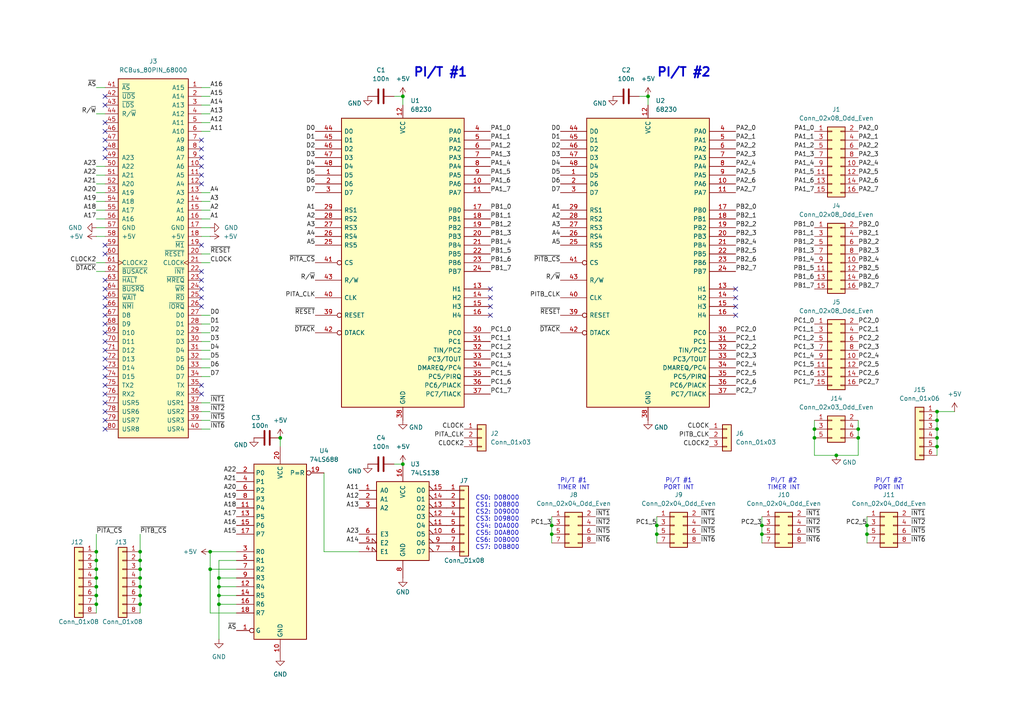
<source format=kicad_sch>
(kicad_sch (version 20250114) (generator "eeschema") (generator_version "9.0")
  (paper "A4")
  (lib_symbols
    (symbol "74xx:74LS138" (pin_names (offset 1.016))
      (property "Reference" "U" (at -7.62 11.43 0))
      (property "Value" "74LS138" (at -7.62 -13.97 0))
      (symbol "74LS138_1_0"
        (pin input line (at -12.7 7.62 0) (length 5.08) (name "A0") (number "1"))
        (pin input line (at -12.7 5.08 0) (length 5.08) (name "A1") (number "2"))
        (pin input line (at -12.7 2.54 0) (length 5.08) (name "A2") (number "3"))
        (pin input line (at -12.7 -5.08 0) (length 5.08) (name "E3") (number "6"))
        (pin input input_low (at -12.7 -7.62 0) (length 5.08) (name "E2") (number "5"))
        (pin input input_low (at -12.7 -10.16 0) (length 5.08) (name "E1") (number "4"))
        (pin power_in line (at 0 15.24 270) (length 5.08) (name "VCC") (number "16"))
        (pin power_in line (at 0 -17.78 90) (length 5.08) (name "GND") (number "8"))
        (pin output output_low (at 12.7 7.62 180) (length 5.08) (name "O0") (number "15"))
        (pin output output_low (at 12.7 5.08 180) (length 5.08) (name "O1") (number "14"))
        (pin output output_low (at 12.7 2.54 180) (length 5.08) (name "O2") (number "13"))
        (pin output output_low (at 12.7 0 180) (length 5.08) (name "O3") (number "12"))
        (pin output output_low (at 12.7 -2.54 180) (length 5.08) (name "O4") (number "11"))
        (pin output output_low (at 12.7 -5.08 180) (length 5.08) (name "O5") (number "10"))
        (pin output output_low (at 12.7 -7.62 180) (length 5.08) (name "O6") (number "9"))
        (pin output output_low (at 12.7 -10.16 180) (length 5.08) (name "O7") (number "7"))
      )
      (symbol "74LS138_1_1"
        (rectangle (start -7.62 10.16) (end 7.62 -12.7) (stroke (width 0.254)) (fill (type background)))
      )
    )
    (symbol "74xx:74LS688"
      (property "Reference" "U" (at -7.62 26.67 0))
      (property "Value" "74LS688" (at -7.62 -26.67 0))
      (symbol "74LS688_1_0"
        (pin input line (at -12.7 22.86 0) (length 5.08) (name "P0") (number "2"))
        (pin input line (at -12.7 20.32 0) (length 5.08) (name "P1") (number "4"))
        (pin input line (at -12.7 17.78 0) (length 5.08) (name "P2") (number "6"))
        (pin input line (at -12.7 15.24 0) (length 5.08) (name "P3") (number "8"))
        (pin input line (at -12.7 12.7 0) (length 5.08) (name "P4") (number "11"))
        (pin input line (at -12.7 10.16 0) (length 5.08) (name "P5") (number "13"))
        (pin input line (at -12.7 7.62 0) (length 5.08) (name "P6") (number "15"))
        (pin input line (at -12.7 5.08 0) (length 5.08) (name "P7") (number "17"))
        (pin input line (at -12.7 0 0) (length 5.08) (name "R0") (number "3"))
        (pin input line (at -12.7 -2.54 0) (length 5.08) (name "R1") (number "5"))
        (pin input line (at -12.7 -5.08 0) (length 5.08) (name "R2") (number "7"))
        (pin input line (at -12.7 -7.62 0) (length 5.08) (name "R3") (number "9"))
        (pin input line (at -12.7 -10.16 0) (length 5.08) (name "R4") (number "12"))
        (pin input line (at -12.7 -12.7 0) (length 5.08) (name "R5") (number "14"))
        (pin input line (at -12.7 -15.24 0) (length 5.08) (name "R6") (number "16"))
        (pin input line (at -12.7 -17.78 0) (length 5.08) (name "R7") (number "18"))
        (pin input inverted (at -12.7 -22.86 0) (length 5.08) (name "G") (number "1"))
        (pin power_in line (at 0 30.48 270) (length 5.08) (name "VCC") (number "20"))
        (pin power_in line (at 0 -30.48 90) (length 5.08) (name "GND") (number "10"))
        (pin output inverted (at 12.7 22.86 180) (length 5.08) (name "P=R") (number "19"))
      )
      (symbol "74LS688_1_1"
        (rectangle (start -7.62 25.4) (end 7.62 -25.4) (stroke (width 0.254)) (fill (type background)))
      )
    )
    (symbol "Connector_Generic:Conn_01x03" (pin_names (offset 1.016) (hide yes))
      (property "Reference" "J" (at 0 5.08 0))
      (property "Value" "Conn_01x03" (at 0 -5.08 0))
      (symbol "Conn_01x03_1_1"
        (rectangle (start -1.27 3.81) (end 1.27 -3.81) (stroke (width 0.254)) (fill (type background)))
        (rectangle (start -1.27 2.667) (end 0 2.413) (stroke (width 0.1524)))
        (rectangle (start -1.27 0.127) (end 0 -0.127) (stroke (width 0.1524)))
        (rectangle (start -1.27 -2.413) (end 0 -2.667) (stroke (width 0.1524)))
        (pin passive line (at -5.08 2.54 0) (length 3.81) (name "Pin_1") (number "1"))
        (pin passive line (at -5.08 0 0) (length 3.81) (name "Pin_2") (number "2"))
        (pin passive line (at -5.08 -2.54 0) (length 3.81) (name "Pin_3") (number "3"))
      )
    )
    (symbol "Connector_Generic:Conn_01x06" (pin_names (offset 1.016) (hide yes))
      (property "Reference" "J" (at 0 7.62 0))
      (property "Value" "Conn_01x06" (at 0 -10.16 0))
      (symbol "Conn_01x06_1_1"
        (rectangle (start -1.27 6.35) (end 1.27 -8.89) (stroke (width 0.254)) (fill (type background)))
        (rectangle (start -1.27 5.207) (end 0 4.953) (stroke (width 0.1524)))
        (rectangle (start -1.27 2.667) (end 0 2.413) (stroke (width 0.1524)))
        (rectangle (start -1.27 0.127) (end 0 -0.127) (stroke (width 0.1524)))
        (rectangle (start -1.27 -2.413) (end 0 -2.667) (stroke (width 0.1524)))
        (rectangle (start -1.27 -4.953) (end 0 -5.207) (stroke (width 0.1524)))
        (rectangle (start -1.27 -7.493) (end 0 -7.747) (stroke (width 0.1524)))
        (pin passive line (at -5.08 5.08 0) (length 3.81) (name "Pin_1") (number "1"))
        (pin passive line (at -5.08 2.54 0) (length 3.81) (name "Pin_2") (number "2"))
        (pin passive line (at -5.08 0 0) (length 3.81) (name "Pin_3") (number "3"))
        (pin passive line (at -5.08 -2.54 0) (length 3.81) (name "Pin_4") (number "4"))
        (pin passive line (at -5.08 -5.08 0) (length 3.81) (name "Pin_5") (number "5"))
        (pin passive line (at -5.08 -7.62 0) (length 3.81) (name "Pin_6") (number "6"))
      )
    )
    (symbol "Connector_Generic:Conn_01x08" (pin_names (offset 1.016) (hide yes))
      (property "Reference" "J" (at 0 10.16 0))
      (property "Value" "Conn_01x08" (at 0 -12.7 0))
      (symbol "Conn_01x08_1_1"
        (rectangle (start -1.27 8.89) (end 1.27 -11.43) (stroke (width 0.254)) (fill (type background)))
        (rectangle (start -1.27 7.747) (end 0 7.493) (stroke (width 0.1524)))
        (rectangle (start -1.27 5.207) (end 0 4.953) (stroke (width 0.1524)))
        (rectangle (start -1.27 2.667) (end 0 2.413) (stroke (width 0.1524)))
        (rectangle (start -1.27 0.127) (end 0 -0.127) (stroke (width 0.1524)))
        (rectangle (start -1.27 -2.413) (end 0 -2.667) (stroke (width 0.1524)))
        (rectangle (start -1.27 -4.953) (end 0 -5.207) (stroke (width 0.1524)))
        (rectangle (start -1.27 -7.493) (end 0 -7.747) (stroke (width 0.1524)))
        (rectangle (start -1.27 -10.033) (end 0 -10.287) (stroke (width 0.1524)))
        (pin passive line (at -5.08 7.62 0) (length 3.81) (name "Pin_1") (number "1"))
        (pin passive line (at -5.08 5.08 0) (length 3.81) (name "Pin_2") (number "2"))
        (pin passive line (at -5.08 2.54 0) (length 3.81) (name "Pin_3") (number "3"))
        (pin passive line (at -5.08 0 0) (length 3.81) (name "Pin_4") (number "4"))
        (pin passive line (at -5.08 -2.54 0) (length 3.81) (name "Pin_5") (number "5"))
        (pin passive line (at -5.08 -5.08 0) (length 3.81) (name "Pin_6") (number "6"))
        (pin passive line (at -5.08 -7.62 0) (length 3.81) (name "Pin_7") (number "7"))
        (pin passive line (at -5.08 -10.16 0) (length 3.81) (name "Pin_8") (number "8"))
      )
    )
    (symbol "Connector_Generic:Conn_02x03_Odd_Even" (pin_names (offset 1.016) (hide yes))
      (property "Reference" "J" (at 1.27 5.08 0))
      (property "Value" "Conn_02x03_Odd_Even" (at 1.27 -5.08 0))
      (symbol "Conn_02x03_Odd_Even_1_1"
        (rectangle (start -1.27 3.81) (end 3.81 -3.81) (stroke (width 0.254)) (fill (type background)))
        (rectangle (start -1.27 2.667) (end 0 2.413) (stroke (width 0.1524)))
        (rectangle (start -1.27 0.127) (end 0 -0.127) (stroke (width 0.1524)))
        (rectangle (start -1.27 -2.413) (end 0 -2.667) (stroke (width 0.1524)))
        (rectangle (start 3.81 2.667) (end 2.54 2.413) (stroke (width 0.1524)))
        (rectangle (start 3.81 0.127) (end 2.54 -0.127) (stroke (width 0.1524)))
        (rectangle (start 3.81 -2.413) (end 2.54 -2.667) (stroke (width 0.1524)))
        (pin passive line (at -5.08 2.54 0) (length 3.81) (name "Pin_1") (number "1"))
        (pin passive line (at -5.08 0 0) (length 3.81) (name "Pin_3") (number "3"))
        (pin passive line (at -5.08 -2.54 0) (length 3.81) (name "Pin_5") (number "5"))
        (pin passive line (at 7.62 2.54 180) (length 3.81) (name "Pin_2") (number "2"))
        (pin passive line (at 7.62 0 180) (length 3.81) (name "Pin_4") (number "4"))
        (pin passive line (at 7.62 -2.54 180) (length 3.81) (name "Pin_6") (number "6"))
      )
    )
    (symbol "Connector_Generic:Conn_02x04_Odd_Even" (pin_names (offset 1.016) (hide yes))
      (property "Reference" "J" (at 1.27 5.08 0))
      (property "Value" "Conn_02x04_Odd_Even" (at 1.27 -7.62 0))
      (symbol "Conn_02x04_Odd_Even_1_1"
        (rectangle (start -1.27 3.81) (end 3.81 -6.35) (stroke (width 0.254)) (fill (type background)))
        (rectangle (start -1.27 2.667) (end 0 2.413) (stroke (width 0.1524)))
        (rectangle (start -1.27 0.127) (end 0 -0.127) (stroke (width 0.1524)))
        (rectangle (start -1.27 -2.413) (end 0 -2.667) (stroke (width 0.1524)))
        (rectangle (start -1.27 -4.953) (end 0 -5.207) (stroke (width 0.1524)))
        (rectangle (start 3.81 2.667) (end 2.54 2.413) (stroke (width 0.1524)))
        (rectangle (start 3.81 0.127) (end 2.54 -0.127) (stroke (width 0.1524)))
        (rectangle (start 3.81 -2.413) (end 2.54 -2.667) (stroke (width 0.1524)))
        (rectangle (start 3.81 -4.953) (end 2.54 -5.207) (stroke (width 0.1524)))
        (pin passive line (at -5.08 2.54 0) (length 3.81) (name "Pin_1") (number "1"))
        (pin passive line (at -5.08 0 0) (length 3.81) (name "Pin_3") (number "3"))
        (pin passive line (at -5.08 -2.54 0) (length 3.81) (name "Pin_5") (number "5"))
        (pin passive line (at -5.08 -5.08 0) (length 3.81) (name "Pin_7") (number "7"))
        (pin passive line (at 7.62 2.54 180) (length 3.81) (name "Pin_2") (number "2"))
        (pin passive line (at 7.62 0 180) (length 3.81) (name "Pin_4") (number "4"))
        (pin passive line (at 7.62 -2.54 180) (length 3.81) (name "Pin_6") (number "6"))
        (pin passive line (at 7.62 -5.08 180) (length 3.81) (name "Pin_8") (number "8"))
      )
    )
    (symbol "Connector_Generic:Conn_02x08_Odd_Even" (pin_names (offset 1.016) (hide yes))
      (property "Reference" "J" (at 1.27 10.16 0))
      (property "Value" "Conn_02x08_Odd_Even" (at 1.27 -12.7 0))
      (symbol "Conn_02x08_Odd_Even_1_1"
        (rectangle (start -1.27 8.89) (end 3.81 -11.43) (stroke (width 0.254)) (fill (type background)))
        (rectangle (start -1.27 7.747) (end 0 7.493) (stroke (width 0.1524)))
        (rectangle (start -1.27 5.207) (end 0 4.953) (stroke (width 0.1524)))
        (rectangle (start -1.27 2.667) (end 0 2.413) (stroke (width 0.1524)))
        (rectangle (start -1.27 0.127) (end 0 -0.127) (stroke (width 0.1524)))
        (rectangle (start -1.27 -2.413) (end 0 -2.667) (stroke (width 0.1524)))
        (rectangle (start -1.27 -4.953) (end 0 -5.207) (stroke (width 0.1524)))
        (rectangle (start -1.27 -7.493) (end 0 -7.747) (stroke (width 0.1524)))
        (rectangle (start -1.27 -10.033) (end 0 -10.287) (stroke (width 0.1524)))
        (rectangle (start 3.81 7.747) (end 2.54 7.493) (stroke (width 0.1524)))
        (rectangle (start 3.81 5.207) (end 2.54 4.953) (stroke (width 0.1524)))
        (rectangle (start 3.81 2.667) (end 2.54 2.413) (stroke (width 0.1524)))
        (rectangle (start 3.81 0.127) (end 2.54 -0.127) (stroke (width 0.1524)))
        (rectangle (start 3.81 -2.413) (end 2.54 -2.667) (stroke (width 0.1524)))
        (rectangle (start 3.81 -4.953) (end 2.54 -5.207) (stroke (width 0.1524)))
        (rectangle (start 3.81 -7.493) (end 2.54 -7.747) (stroke (width 0.1524)))
        (rectangle (start 3.81 -10.033) (end 2.54 -10.287) (stroke (width 0.1524)))
        (pin passive line (at -5.08 7.62 0) (length 3.81) (name "Pin_1") (number "1"))
        (pin passive line (at -5.08 5.08 0) (length 3.81) (name "Pin_3") (number "3"))
        (pin passive line (at -5.08 2.54 0) (length 3.81) (name "Pin_5") (number "5"))
        (pin passive line (at -5.08 0 0) (length 3.81) (name "Pin_7") (number "7"))
        (pin passive line (at -5.08 -2.54 0) (length 3.81) (name "Pin_9") (number "9"))
        (pin passive line (at -5.08 -5.08 0) (length 3.81) (name "Pin_11") (number "11"))
        (pin passive line (at -5.08 -7.62 0) (length 3.81) (name "Pin_13") (number "13"))
        (pin passive line (at -5.08 -10.16 0) (length 3.81) (name "Pin_15") (number "15"))
        (pin passive line (at 7.62 7.62 180) (length 3.81) (name "Pin_2") (number "2"))
        (pin passive line (at 7.62 5.08 180) (length 3.81) (name "Pin_4") (number "4"))
        (pin passive line (at 7.62 2.54 180) (length 3.81) (name "Pin_6") (number "6"))
        (pin passive line (at 7.62 0 180) (length 3.81) (name "Pin_8") (number "8"))
        (pin passive line (at 7.62 -2.54 180) (length 3.81) (name "Pin_10") (number "10"))
        (pin passive line (at 7.62 -5.08 180) (length 3.81) (name "Pin_12") (number "12"))
        (pin passive line (at 7.62 -7.62 180) (length 3.81) (name "Pin_14") (number "14"))
        (pin passive line (at 7.62 -10.16 180) (length 3.81) (name "Pin_16") (number "16"))
      )
    )
    (symbol "Device:C" (pin_numbers (hide yes)) (pin_names (offset 0.254))
      (property "Reference" "C" (at 0.635 2.54 0))
      (property "Value" "C" (at 0.635 -2.54 0))
      (symbol "C_0_1"
        (polyline (pts (xy -2.032 0.762) (xy 2.032 0.762)) (stroke (width 0.508)))
        (polyline (pts (xy -2.032 -0.762) (xy 2.032 -0.762)) (stroke (width 0.508)))
      )
      (symbol "C_1_1"
        (pin passive line (at 0 3.81 270) (length 2.794) (name "~") (number "1"))
        (pin passive line (at 0 -3.81 90) (length 2.794) (name "~") (number "2"))
      )
    )
    (symbol "Interface:68230" (pin_names (offset 0.762))
      (property "Reference" "U" (at 0 3.81 0))
      (property "Value" "68230" (at 0 -3.81 0))
      (symbol "68230_0_1"
        (rectangle (start -17.78 41.91) (end 17.78 -41.91) (stroke (width 0.254)) (fill (type background)))
      )
      (symbol "68230_1_1"
        (pin tri_state line (at -25.4 38.1 0) (length 7.62) (name "D0") (number "44"))
        (pin tri_state line (at -25.4 35.56 0) (length 7.62) (name "D1") (number "45"))
        (pin tri_state line (at -25.4 33.02 0) (length 7.62) (name "D2") (number "46"))
        (pin tri_state line (at -25.4 30.48 0) (length 7.62) (name "D3") (number "47"))
        (pin tri_state line (at -25.4 27.94 0) (length 7.62) (name "D4") (number "48"))
        (pin tri_state line (at -25.4 25.4 0) (length 7.62) (name "D5") (number "1"))
        (pin tri_state line (at -25.4 22.86 0) (length 7.62) (name "D6") (number "2"))
        (pin tri_state line (at -25.4 20.32 0) (length 7.62) (name "D7") (number "3"))
        (pin input line (at -25.4 15.24 0) (length 7.62) (name "RS1") (number "29"))
        (pin input line (at -25.4 12.7 0) (length 7.62) (name "RS2") (number "28"))
        (pin input line (at -25.4 10.16 0) (length 7.62) (name "RS3") (number "27"))
        (pin input line (at -25.4 7.62 0) (length 7.62) (name "RS4") (number "26"))
        (pin input line (at -25.4 5.08 0) (length 7.62) (name "RS5") (number "25"))
        (pin input inverted (at -25.4 0 0) (length 7.62) (name "CS") (number "41"))
        (pin input line (at -25.4 -5.08 0) (length 7.62) (name "R/W") (number "43"))
        (pin input line (at -25.4 -10.16 0) (length 7.62) (name "CLK") (number "40"))
        (pin input inverted (at -25.4 -15.24 0) (length 7.62) (name "RESET") (number "39"))
        (pin open_collector inverted (at -25.4 -20.32 0) (length 7.62) (name "DTACK") (number "42"))
        (pin power_in line (at 0 45.72 270) (length 3.81) (name "VCC") (number "12"))
        (pin power_in line (at 0 -45.72 90) (length 3.81) (name "GND") (number "38"))
        (pin bidirectional line (at 25.4 38.1 180) (length 7.62) (name "PA0") (number "4"))
        (pin bidirectional line (at 25.4 35.56 180) (length 7.62) (name "PA1") (number "5"))
        (pin bidirectional line (at 25.4 33.02 180) (length 7.62) (name "PA2") (number "6"))
        (pin bidirectional line (at 25.4 30.48 180) (length 7.62) (name "PA3") (number "7"))
        (pin bidirectional line (at 25.4 27.94 180) (length 7.62) (name "PA4") (number "8"))
        (pin bidirectional line (at 25.4 25.4 180) (length 7.62) (name "PA5") (number "9"))
        (pin bidirectional line (at 25.4 22.86 180) (length 7.62) (name "PA6") (number "10"))
        (pin bidirectional line (at 25.4 20.32 180) (length 7.62) (name "PA7") (number "11"))
        (pin bidirectional line (at 25.4 15.24 180) (length 7.62) (name "PB0") (number "17"))
        (pin bidirectional line (at 25.4 12.7 180) (length 7.62) (name "PB1") (number "18"))
        (pin bidirectional line (at 25.4 10.16 180) (length 7.62) (name "PB2") (number "19"))
        (pin bidirectional line (at 25.4 7.62 180) (length 7.62) (name "PB3") (number "20"))
        (pin bidirectional line (at 25.4 5.08 180) (length 7.62) (name "PB4") (number "21"))
        (pin bidirectional line (at 25.4 2.54 180) (length 7.62) (name "PB5") (number "22"))
        (pin bidirectional line (at 25.4 0 180) (length 7.62) (name "PB6") (number "23"))
        (pin bidirectional line (at 25.4 -2.54 180) (length 7.62) (name "PB7") (number "24"))
        (pin input line (at 25.4 -7.62 180) (length 7.62) (name "H1") (number "13"))
        (pin bidirectional line (at 25.4 -10.16 180) (length 7.62) (name "H2") (number "14"))
        (pin input line (at 25.4 -12.7 180) (length 7.62) (name "H3") (number "15"))
        (pin bidirectional line (at 25.4 -15.24 180) (length 7.62) (name "H4") (number "16"))
        (pin bidirectional line (at 25.4 -20.32 180) (length 7.62) (name "PC0") (number "30"))
        (pin bidirectional line (at 25.4 -22.86 180) (length 7.62) (name "PC1") (number "31"))
        (pin bidirectional line (at 25.4 -25.4 180) (length 7.62) (name "TIN/PC2") (number "32"))
        (pin bidirectional line (at 25.4 -27.94 180) (length 7.62) (name "PC3/TOUT") (number "33"))
        (pin bidirectional line (at 25.4 -30.48 180) (length 7.62) (name "DMAREQ/PC4") (number "34"))
        (pin bidirectional line (at 25.4 -33.02 180) (length 7.62) (name "PC5/PIRQ") (number "35"))
        (pin bidirectional line (at 25.4 -35.56 180) (length 7.62) (name "PC6/PIACK") (number "36"))
        (pin bidirectional line (at 25.4 -38.1 180) (length 7.62) (name "PC7/TIACK") (number "37"))
      )
    )
    (symbol "MyLibrary2023:RCBus_80PIN_68000" (pin_names (offset 1.016))
      (property "Reference" "J" (at 0 52.578 0))
      (property "Value" "RCBus_80PIN_68000" (at 8.89 -55.118 0))
      (symbol "RCBus_80PIN_68000_1_1"
        (rectangle (start -1.27 50.8) (end 19.05 -53.34) (stroke (width 0.254)) (fill (type background)))
        (pin bidirectional line (at -5.08 48.26 0) (length 3.81) (name "A15") (number "1"))
        (pin bidirectional line (at -5.08 45.72 0) (length 3.81) (name "A14") (number "2"))
        (pin bidirectional line (at -5.08 43.18 0) (length 3.81) (name "A13") (number "3"))
        (pin bidirectional line (at -5.08 40.64 0) (length 3.81) (name "A12") (number "4"))
        (pin bidirectional line (at -5.08 38.1 0) (length 3.81) (name "A11") (number "5"))
        (pin bidirectional line (at -5.08 35.56 0) (length 3.81) (name "A10") (number "6"))
        (pin bidirectional line (at -5.08 33.02 0) (length 3.81) (name "A9") (number "7"))
        (pin bidirectional line (at -5.08 30.48 0) (length 3.81) (name "A8") (number "8"))
        (pin bidirectional line (at -5.08 27.94 0) (length 3.81) (name "A7") (number "9"))
        (pin bidirectional line (at -5.08 25.4 0) (length 3.81) (name "A6") (number "10"))
        (pin bidirectional line (at -5.08 22.86 0) (length 3.81) (name "A5") (number "11"))
        (pin bidirectional line (at -5.08 20.32 0) (length 3.81) (name "A4") (number "12"))
        (pin bidirectional line (at -5.08 17.78 0) (length 3.81) (name "A3") (number "13"))
        (pin bidirectional line (at -5.08 15.24 0) (length 3.81) (name "A2") (number "14"))
        (pin bidirectional line (at -5.08 12.7 0) (length 3.81) (name "A1") (number "15"))
        (pin bidirectional line (at -5.08 10.16 0) (length 3.81) (name "A0") (number "16"))
        (pin bidirectional line (at -5.08 7.62 0) (length 3.81) (name "GND") (number "17"))
        (pin bidirectional line (at -5.08 5.08 0) (length 3.81) (name "+5V") (number "18"))
        (pin bidirectional line (at -5.08 2.54 0) (length 3.81) (name "~{M1}") (number "19"))
        (pin bidirectional line (at -5.08 0 0) (length 3.81) (name "~{RESET}") (number "20"))
        (pin bidirectional clock (at -5.08 -2.54 0) (length 3.81) (name "CLOCK") (number "21"))
        (pin bidirectional line (at -5.08 -5.08 0) (length 3.81) (name "~{INT}") (number "22"))
        (pin bidirectional line (at -5.08 -7.62 0) (length 3.81) (name "~{MREQ}") (number "23"))
        (pin bidirectional line (at -5.08 -10.16 0) (length 3.81) (name "~{WR}") (number "24"))
        (pin bidirectional line (at -5.08 -12.7 0) (length 3.81) (name "~{RD}") (number "25"))
        (pin bidirectional line (at -5.08 -15.24 0) (length 3.81) (name "~{IORQ}") (number "26"))
        (pin bidirectional line (at -5.08 -17.78 0) (length 3.81) (name "D0") (number "27"))
        (pin bidirectional line (at -5.08 -20.32 0) (length 3.81) (name "D1") (number "28"))
        (pin bidirectional line (at -5.08 -22.86 0) (length 3.81) (name "D2") (number "29"))
        (pin bidirectional line (at -5.08 -25.4 0) (length 3.81) (name "D3") (number "30"))
        (pin bidirectional line (at -5.08 -27.94 0) (length 3.81) (name "D4") (number "31"))
        (pin bidirectional line (at -5.08 -30.48 0) (length 3.81) (name "D5") (number "32"))
        (pin bidirectional line (at -5.08 -33.02 0) (length 3.81) (name "D6") (number "33"))
        (pin bidirectional line (at -5.08 -35.56 0) (length 3.81) (name "D7") (number "34"))
        (pin bidirectional line (at -5.08 -38.1 0) (length 3.81) (name "TX") (number "35"))
        (pin bidirectional line (at -5.08 -40.64 0) (length 3.81) (name "RX") (number "36"))
        (pin bidirectional line (at -5.08 -43.18 0) (length 3.81) (name "USR1") (number "37"))
        (pin bidirectional line (at -5.08 -45.72 0) (length 3.81) (name "USR2") (number "38"))
        (pin bidirectional line (at -5.08 -48.26 0) (length 3.81) (name "USR3") (number "39"))
        (pin bidirectional line (at -5.08 -50.8 0) (length 3.81) (name "USR4") (number "40"))
        (pin bidirectional line (at 22.86 48.26 180) (length 3.81) (name "~{AS}") (number "41"))
        (pin bidirectional line (at 22.86 45.72 180) (length 3.81) (name "~{UDS}") (number "42"))
        (pin bidirectional line (at 22.86 43.18 180) (length 3.81) (name "~{LDS}") (number "43"))
        (pin bidirectional line (at 22.86 40.64 180) (length 3.81) (name "R/~{W}") (number "44"))
        (pin bidirectional line (at 22.86 38.1 180) (length 3.81) (name "") (number "45"))
        (pin bidirectional line (at 22.86 35.56 180) (length 3.81) (name "") (number "46"))
        (pin bidirectional line (at 22.86 33.02 180) (length 3.81) (name "") (number "47"))
        (pin bidirectional line (at 22.86 30.48 180) (length 3.81) (name "") (number "48"))
        (pin bidirectional line (at 22.86 27.94 180) (length 3.81) (name "A23") (number "49"))
        (pin bidirectional line (at 22.86 25.4 180) (length 3.81) (name "A22") (number "50"))
        (pin bidirectional line (at 22.86 22.86 180) (length 3.81) (name "A21") (number "51"))
        (pin bidirectional line (at 22.86 20.32 180) (length 3.81) (name "A20") (number "52"))
        (pin bidirectional line (at 22.86 17.78 180) (length 3.81) (name "A19") (number "53"))
        (pin bidirectional line (at 22.86 15.24 180) (length 3.81) (name "A18") (number "54"))
        (pin bidirectional line (at 22.86 12.7 180) (length 3.81) (name "A17") (number "55"))
        (pin bidirectional line (at 22.86 10.16 180) (length 3.81) (name "A16") (number "56"))
        (pin bidirectional line (at 22.86 7.62 180) (length 3.81) (name "GND") (number "57"))
        (pin bidirectional line (at 22.86 5.08 180) (length 3.81) (name "+5V") (number "58"))
        (pin bidirectional line (at 22.86 2.54 180) (length 3.81) (name "") (number "59"))
        (pin bidirectional line (at 22.86 0 180) (length 3.81) (name "") (number "60"))
        (pin bidirectional clock (at 22.86 -2.54 180) (length 3.81) (name "CLOCK2") (number "61"))
        (pin bidirectional line (at 22.86 -5.08 180) (length 3.81) (name "~{BUSACK}") (number "62"))
        (pin bidirectional line (at 22.86 -7.62 180) (length 3.81) (name "~{HALT}") (number "63"))
        (pin bidirectional line (at 22.86 -10.16 180) (length 3.81) (name "~{BUSRQ}") (number "64"))
        (pin bidirectional line (at 22.86 -12.7 180) (length 3.81) (name "~{WAIT}") (number "65"))
        (pin bidirectional line (at 22.86 -15.24 180) (length 3.81) (name "~{NMI}") (number "66"))
        (pin bidirectional line (at 22.86 -17.78 180) (length 3.81) (name "D8") (number "67"))
        (pin bidirectional line (at 22.86 -20.32 180) (length 3.81) (name "D9") (number "68"))
        (pin bidirectional line (at 22.86 -22.86 180) (length 3.81) (name "D10") (number "69"))
        (pin bidirectional line (at 22.86 -25.4 180) (length 3.81) (name "D11") (number "70"))
        (pin bidirectional line (at 22.86 -27.94 180) (length 3.81) (name "D12") (number "71"))
        (pin bidirectional line (at 22.86 -30.48 180) (length 3.81) (name "D13") (number "72"))
        (pin bidirectional line (at 22.86 -33.02 180) (length 3.81) (name "D14") (number "73"))
        (pin bidirectional line (at 22.86 -35.56 180) (length 3.81) (name "D15") (number "74"))
        (pin bidirectional line (at 22.86 -38.1 180) (length 3.81) (name "TX2") (number "75"))
        (pin bidirectional line (at 22.86 -40.64 180) (length 3.81) (name "RX2") (number "76"))
        (pin bidirectional line (at 22.86 -43.18 180) (length 3.81) (name "USR5") (number "77"))
        (pin bidirectional line (at 22.86 -45.72 180) (length 3.81) (name "USR6") (number "78"))
        (pin bidirectional line (at 22.86 -48.26 180) (length 3.81) (name "USR7") (number "79"))
        (pin bidirectional line (at 22.86 -50.8 180) (length 3.81) (name "USR8") (number "80"))
      )
    )
    (symbol "power:+5V" (power) (pin_numbers (hide yes)) (pin_names (offset 0) (hide yes))
      (property "Value" "+5V" (at 0 3.556 0))
      (symbol "+5V_0_1"
        (polyline (pts (xy -0.762 1.27) (xy 0 2.54)))
        (polyline (pts (xy 0 2.54) (xy 0.762 1.27)))
        (polyline (pts (xy 0 0) (xy 0 2.54)))
      )
      (symbol "+5V_1_1"
        (pin power_in line (at 0 0 90) (length 0) (name "~") (number "1"))
      )
    )
    (symbol "power:GND" (power) (pin_numbers (hide yes)) (pin_names (offset 0) (hide yes))
      (property "Value" "GND" (at 0 -3.81 0))
      (symbol "GND_0_1"
        (polyline (pts (xy 0 0) (xy 0 -1.27) (xy 1.27 -1.27) (xy 0 -2.54) (xy -1.27 -1.27) (xy 0 -1.27)))
      )
      (symbol "GND_1_1"
        (pin power_in line (at 0 0 270) (length 0) (name "~") (number "1"))
      )
    )
  )
  (text "PI/T #2\nPORT INT" (at 257.81 140.462 0) (effects (font (size 1.27 1.27))))
  (text "PI/T #1\nPORT INT" (at 196.85 140.462 0) (effects (font (size 1.27 1.27))))
  (text "PI/T #2" (at 198.374 21.082 0) (effects (font (size 2.54 2.54) (thickness 0.508) (bold yes))))
  (text "CS0: D08000\nCS1: D08800\nCS2: D09000\nCS3: D09800\nCS4: D0A000\nCS5: D0A800\nCS6: D0B000\nCS7: D0B800" (at 144.272 151.638 0) (effects (font (size 1.27 1.27))))
  (text "PI/T #1\nTIMER INT" (at 166.37 140.462 0) (effects (font (size 1.27 1.27))))
  (text "PI/T #2\nTIMER INT" (at 227.33 140.462 0) (effects (font (size 1.27 1.27))))
  (text "PI/T #1" (at 127.762 21.082 0) (effects (font (size 2.54 2.54) (thickness 0.508) (bold yes))))
  (junction (at 60.96 160.02))
  (junction (at 271.78 127))
  (junction (at 27.94 160.02))
  (junction (at 63.5 170.18))
  (junction (at 27.94 170.18))
  (junction (at 190.5 152.4))
  (junction (at 40.64 160.02))
  (junction (at 160.02 154.94))
  (junction (at 248.92 127))
  (junction (at 248.92 124.46))
  (junction (at 242.57 132.08))
  (junction (at 27.94 172.72))
  (junction (at 27.94 165.1))
  (junction (at 251.46 154.94))
  (junction (at 40.64 162.56))
  (junction (at 236.22 124.46))
  (junction (at 271.78 124.46))
  (junction (at 40.64 167.64))
  (junction (at 220.98 152.4))
  (junction (at 220.98 154.94))
  (junction (at 40.64 175.26))
  (junction (at 60.96 165.1))
  (junction (at 27.94 175.26))
  (junction (at 116.84 27.94))
  (junction (at 116.84 134.62))
  (junction (at 40.64 172.72))
  (junction (at 40.64 165.1))
  (junction (at 271.78 129.54))
  (junction (at 63.5 175.26))
  (junction (at 251.46 152.4))
  (junction (at 63.5 167.64))
  (junction (at 63.5 172.72))
  (junction (at 160.02 152.4))
  (junction (at 236.22 127))
  (junction (at 271.78 119.38))
  (junction (at 271.78 121.92))
  (junction (at 81.28 127))
  (junction (at 27.94 167.64))
  (junction (at 187.96 27.94))
  (junction (at 190.5 154.94))
  (junction (at 40.64 170.18))
  (junction (at 27.94 162.56))
  (no_connect (at 30.48 96.52))
  (no_connect (at 30.48 99.06))
  (no_connect (at 30.48 86.36))
  (no_connect (at 58.42 86.36))
  (no_connect (at 58.42 71.12))
  (no_connect (at 30.48 27.94))
  (no_connect (at 58.42 83.82))
  (no_connect (at 30.48 104.14))
  (no_connect (at 30.48 111.76))
  (no_connect (at 30.48 38.1))
  (no_connect (at 213.36 83.82))
  (no_connect (at 30.48 121.92))
  (no_connect (at 30.48 45.72))
  (no_connect (at 30.48 124.46))
  (no_connect (at 58.42 88.9))
  (no_connect (at 58.42 53.34))
  (no_connect (at 30.48 106.68))
  (no_connect (at 142.24 86.36))
  (no_connect (at 142.24 83.82))
  (no_connect (at 30.48 40.64))
  (no_connect (at 30.48 109.22))
  (no_connect (at 30.48 101.6))
  (no_connect (at 30.48 93.98))
  (no_connect (at 142.24 88.9))
  (no_connect (at 30.48 81.28))
  (no_connect (at 30.48 71.12))
  (no_connect (at 58.42 111.76))
  (no_connect (at 30.48 30.48))
  (no_connect (at 213.36 86.36))
  (no_connect (at 30.48 119.38))
  (no_connect (at 58.42 81.28))
  (no_connect (at 30.48 73.66))
  (no_connect (at 213.36 88.9))
  (no_connect (at 58.42 43.18))
  (no_connect (at 30.48 116.84))
  (no_connect (at 30.48 91.44))
  (no_connect (at 58.42 45.72))
  (no_connect (at 30.48 114.3))
  (no_connect (at 213.36 91.44))
  (no_connect (at 58.42 40.64))
  (no_connect (at 58.42 48.26))
  (no_connect (at 30.48 43.18))
  (no_connect (at 58.42 78.74))
  (no_connect (at 142.24 91.44))
  (no_connect (at 58.42 50.8))
  (no_connect (at 30.48 83.82))
  (no_connect (at 30.48 88.9))
  (no_connect (at 58.42 114.3))
  (no_connect (at 30.48 35.56))
  (wire (pts (xy 187.96 30.48) (xy 187.96 27.94)))
  (wire (pts (xy 68.58 177.8) (xy 60.96 177.8)))
  (wire (pts (xy 27.94 48.26) (xy 30.48 48.26)))
  (wire (pts (xy 236.22 132.08) (xy 242.57 132.08)))
  (wire (pts (xy 60.96 63.5) (xy 58.42 63.5)))
  (wire (pts (xy 27.94 63.5) (xy 30.48 63.5)))
  (wire (pts (xy 248.92 132.08) (xy 242.57 132.08)))
  (wire (pts (xy 248.92 121.92) (xy 248.92 124.46)))
  (wire (pts (xy 63.5 175.26) (xy 63.5 185.42)))
  (wire (pts (xy 116.84 30.48) (xy 116.84 27.94)))
  (wire (pts (xy 190.5 152.4) (xy 190.5 154.94)))
  (wire (pts (xy 60.96 121.92) (xy 58.42 121.92)))
  (wire (pts (xy 190.5 149.86) (xy 190.5 152.4)))
  (wire (pts (xy 60.96 30.48) (xy 58.42 30.48)))
  (wire (pts (xy 27.94 50.8) (xy 30.48 50.8)))
  (wire (pts (xy 58.42 93.98) (xy 60.96 93.98)))
  (wire (pts (xy 58.42 99.06) (xy 60.96 99.06)))
  (wire (pts (xy 60.96 35.56) (xy 58.42 35.56)))
  (wire (pts (xy 60.96 60.96) (xy 58.42 60.96)))
  (wire (pts (xy 60.96 25.4) (xy 58.42 25.4)))
  (wire (pts (xy 114.3 134.62) (xy 116.84 134.62)))
  (wire (pts (xy 63.5 172.72) (xy 63.5 175.26)))
  (wire (pts (xy 27.94 162.56) (xy 27.94 165.1)))
  (wire (pts (xy 27.94 175.26) (xy 27.94 177.8)))
  (wire (pts (xy 58.42 91.44) (xy 60.96 91.44)))
  (wire (pts (xy 27.94 167.64) (xy 27.94 170.18)))
  (wire (pts (xy 58.42 101.6) (xy 60.96 101.6)))
  (wire (pts (xy 40.64 170.18) (xy 40.64 172.72)))
  (wire (pts (xy 160.02 154.94) (xy 160.02 157.48)))
  (wire (pts (xy 63.5 167.64) (xy 63.5 170.18)))
  (wire (pts (xy 271.78 121.92) (xy 271.78 124.46)))
  (wire (pts (xy 236.22 127) (xy 236.22 132.08)))
  (wire (pts (xy 40.64 175.26) (xy 40.64 177.8)))
  (wire (pts (xy 63.5 172.72) (xy 68.58 172.72)))
  (wire (pts (xy 60.96 58.42) (xy 58.42 58.42)))
  (wire (pts (xy 40.64 172.72) (xy 40.64 175.26)))
  (wire (pts (xy 248.92 127) (xy 248.92 132.08)))
  (wire (pts (xy 60.96 165.1) (xy 60.96 160.02)))
  (wire (pts (xy 40.64 167.64) (xy 40.64 170.18)))
  (wire (pts (xy 190.5 154.94) (xy 190.5 157.48)))
  (wire (pts (xy 60.96 73.66) (xy 58.42 73.66)))
  (wire (pts (xy 63.5 167.64) (xy 68.58 167.64)))
  (wire (pts (xy 68.58 165.1) (xy 60.96 165.1)))
  (wire (pts (xy 160.02 152.4) (xy 160.02 154.94)))
  (wire (pts (xy 60.96 27.94) (xy 58.42 27.94)))
  (wire (pts (xy 40.64 162.56) (xy 40.64 165.1)))
  (wire (pts (xy 27.94 172.72) (xy 27.94 175.26)))
  (wire (pts (xy 58.42 109.22) (xy 60.96 109.22)))
  (wire (pts (xy 68.58 162.56) (xy 63.5 162.56)))
  (wire (pts (xy 187.96 27.94) (xy 185.42 27.94)))
  (wire (pts (xy 27.94 68.58) (xy 30.48 68.58)))
  (wire (pts (xy 58.42 104.14) (xy 60.96 104.14)))
  (wire (pts (xy 60.96 76.2) (xy 58.42 76.2)))
  (wire (pts (xy 63.5 170.18) (xy 68.58 170.18)))
  (wire (pts (xy 58.42 68.58) (xy 60.96 68.58)))
  (wire (pts (xy 40.64 154.94) (xy 40.64 160.02)))
  (wire (pts (xy 276.86 119.38) (xy 271.78 119.38)))
  (wire (pts (xy 93.98 160.02) (xy 104.14 160.02)))
  (wire (pts (xy 220.98 154.94) (xy 220.98 157.48)))
  (wire (pts (xy 27.94 66.04) (xy 30.48 66.04)))
  (wire (pts (xy 27.94 55.88) (xy 30.48 55.88)))
  (wire (pts (xy 251.46 152.4) (xy 251.46 154.94)))
  (wire (pts (xy 60.96 177.8) (xy 60.96 165.1)))
  (wire (pts (xy 60.96 119.38) (xy 58.42 119.38)))
  (wire (pts (xy 63.5 170.18) (xy 63.5 172.72)))
  (wire (pts (xy 271.78 124.46) (xy 271.78 127)))
  (wire (pts (xy 251.46 154.94) (xy 251.46 157.48)))
  (wire (pts (xy 93.98 137.16) (xy 93.98 160.02)))
  (wire (pts (xy 248.92 124.46) (xy 248.92 127)))
  (wire (pts (xy 63.5 162.56) (xy 63.5 167.64)))
  (wire (pts (xy 27.94 165.1) (xy 27.94 167.64)))
  (wire (pts (xy 220.98 152.4) (xy 220.98 154.94)))
  (wire (pts (xy 58.42 106.68) (xy 60.96 106.68)))
  (wire (pts (xy 27.94 160.02) (xy 27.94 162.56)))
  (wire (pts (xy 60.96 160.02) (xy 68.58 160.02)))
  (wire (pts (xy 236.22 124.46) (xy 236.22 127)))
  (wire (pts (xy 60.96 55.88) (xy 58.42 55.88)))
  (wire (pts (xy 271.78 127) (xy 271.78 129.54)))
  (wire (pts (xy 116.84 27.94) (xy 114.3 27.94)))
  (wire (pts (xy 60.96 33.02) (xy 58.42 33.02)))
  (wire (pts (xy 60.96 124.46) (xy 58.42 124.46)))
  (wire (pts (xy 27.94 154.94) (xy 27.94 160.02)))
  (wire (pts (xy 40.64 160.02) (xy 40.64 162.56)))
  (wire (pts (xy 81.28 127) (xy 81.28 129.54)))
  (wire (pts (xy 251.46 149.86) (xy 251.46 152.4)))
  (wire (pts (xy 271.78 119.38) (xy 271.78 121.92)))
  (wire (pts (xy 27.94 170.18) (xy 27.94 172.72)))
  (wire (pts (xy 220.98 149.86) (xy 220.98 152.4)))
  (wire (pts (xy 271.78 129.54) (xy 271.78 132.08)))
  (wire (pts (xy 40.64 165.1) (xy 40.64 167.64)))
  (wire (pts (xy 27.94 60.96) (xy 30.48 60.96)))
  (wire (pts (xy 58.42 96.52) (xy 60.96 96.52)))
  (wire (pts (xy 60.96 116.84) (xy 58.42 116.84)))
  (wire (pts (xy 236.22 121.92) (xy 236.22 124.46)))
  (wire (pts (xy 27.94 53.34) (xy 30.48 53.34)))
  (wire (pts (xy 160.02 149.86) (xy 160.02 152.4)))
  (wire (pts (xy 27.94 25.4) (xy 30.48 25.4)))
  (wire (pts (xy 27.94 78.74) (xy 30.48 78.74)))
  (wire (pts (xy 63.5 175.26) (xy 68.58 175.26)))
  (wire (pts (xy 27.94 33.02) (xy 30.48 33.02)))
  (wire (pts (xy 60.96 38.1) (xy 58.42 38.1)))
  (wire (pts (xy 58.42 66.04) (xy 60.96 66.04)))
  (wire (pts (xy 27.94 58.42) (xy 30.48 58.42)))
  (wire (pts (xy 27.94 76.2) (xy 30.48 76.2)))
  (label "PA1_1" (at 142.24 40.64 0))
  (label "A2" (at 162.56 63.5 180))
  (label "A14" (at 60.96 30.48 0))
  (label "PC1_2" (at 142.24 101.6 0))
  (label "PA1_6" (at 142.24 53.34 0))
  (label "R{slash}~{W}" (at 162.56 81.28 180))
  (label "PC1_1" (at 142.24 99.06 0))
  (label "CLOCK" (at 134.62 124.46 180))
  (label "PA2_3" (at 213.36 45.72 0))
  (label "PA1_0" (at 236.22 38.1 180))
  (label "D1" (at 91.44 40.64 180))
  (label "PA1_4" (at 142.24 48.26 0))
  (label "PA1_5" (at 236.22 50.8 180))
  (label "D4" (at 60.96 101.6 0))
  (label "PA2_2" (at 248.92 43.18 0))
  (label "PB2_7" (at 213.36 78.74 0))
  (label "A13" (at 104.14 147.32 180))
  (label "D6" (at 60.96 106.68 0))
  (label "PB2_4" (at 248.92 76.2 0))
  (label "A12" (at 104.14 144.78 180))
  (label "PC2_2" (at 213.36 101.6 0))
  (label "A22" (at 68.58 137.16 180))
  (label "CLOCK2" (at 27.94 76.2 180))
  (label "~{INT2}" (at 172.72 152.4 0))
  (label "~{INT2}" (at 233.68 152.4 0))
  (label "PB2_1" (at 213.36 63.5 0))
  (label "PC1_3" (at 236.22 101.6 180))
  (label "PA1_2" (at 142.24 43.18 0))
  (label "PC1_4" (at 236.22 104.14 180))
  (label "~{INT6}" (at 172.72 157.48 0))
  (label "A11" (at 104.14 142.24 180))
  (label "PA1_3" (at 142.24 45.72 0))
  (label "PC2_6" (at 213.36 111.76 0))
  (label "D3" (at 91.44 45.72 180))
  (label "D1" (at 162.56 40.64 180))
  (label "R{slash}~{W}" (at 91.44 81.28 180))
  (label "~{INT5}" (at 60.96 121.92 0))
  (label "A4" (at 91.44 68.58 180))
  (label "PB2_4" (at 213.36 71.12 0))
  (label "A20" (at 27.94 55.88 180))
  (label "~{INT1}" (at 264.16 149.86 0))
  (label "R{slash}~{W}" (at 27.94 33.02 180))
  (label "~{INT6}" (at 233.68 157.48 0))
  (label "PB1_5" (at 236.22 78.74 180))
  (label "A3" (at 162.56 66.04 180))
  (label "D7" (at 162.56 55.88 180))
  (label "~{DTACK}" (at 27.94 78.74 180))
  (label "PA2_7" (at 213.36 55.88 0))
  (label "A1" (at 162.56 60.96 180))
  (label "PB1_3" (at 236.22 73.66 180))
  (label "PA1_7" (at 142.24 55.88 0))
  (label "PC1_4" (at 142.24 106.68 0))
  (label "PC2_0" (at 213.36 96.52 0))
  (label "A5" (at 162.56 71.12 180))
  (label "A4" (at 162.56 68.58 180))
  (label "A4" (at 60.96 55.88 0))
  (label "PA2_1" (at 248.92 40.64 0))
  (label "CLOCK2" (at 205.74 129.54 180))
  (label "D3" (at 162.56 45.72 180))
  (label "A2" (at 91.44 63.5 180))
  (label "PB2_6" (at 248.92 81.28 0))
  (label "PB1_1" (at 236.22 68.58 180))
  (label "~{DTACK}" (at 91.44 96.52 180))
  (label "D1" (at 60.96 93.98 0))
  (label "PC2_7" (at 213.36 114.3 0))
  (label "~{INT6}" (at 203.2 157.48 0))
  (label "PA2_5" (at 213.36 50.8 0))
  (label "PC2_0" (at 248.92 93.98 0))
  (label "D0" (at 91.44 38.1 180))
  (label "PA1_5" (at 142.24 50.8 0))
  (label "PB1_6" (at 236.22 81.28 180))
  (label "A22" (at 27.94 50.8 180))
  (label "A5" (at 91.44 71.12 180))
  (label "PC1_5" (at 142.24 109.22 0))
  (label "~{RESET}" (at 91.44 91.44 180))
  (label "D6" (at 91.44 53.34 180))
  (label "A2" (at 60.96 60.96 0))
  (label "PA2_6" (at 248.92 53.34 0))
  (label "CLOCK2" (at 134.62 129.54 180))
  (label "PC1_7" (at 236.22 111.76 180))
  (label "D3" (at 60.96 99.06 0))
  (label "PB1_2" (at 142.24 66.04 0))
  (label "PC1_6" (at 142.24 111.76 0))
  (label "CLOCK" (at 60.96 76.2 0))
  (label "~{INT5}" (at 264.16 154.94 0))
  (label "~{INT1}" (at 233.68 149.86 0))
  (label "PC1_0" (at 236.22 93.98 180))
  (label "A17" (at 27.94 63.5 180))
  (label "PC2_5" (at 251.46 152.4 180))
  (label "PC1_2" (at 236.22 99.06 180))
  (label "PB2_3" (at 248.92 73.66 0))
  (label "A17" (at 68.58 149.86 180))
  (label "PA1_2" (at 236.22 43.18 180))
  (label "D0" (at 60.96 91.44 0))
  (label "PC1_7" (at 142.24 114.3 0))
  (label "A20" (at 68.58 142.24 180))
  (label "PC2_1" (at 248.92 96.52 0))
  (label "~{INT2}" (at 60.96 119.38 0))
  (label "D7" (at 91.44 55.88 180))
  (label "PB1_3" (at 142.24 68.58 0))
  (label "PA2_1" (at 213.36 40.64 0))
  (label "A15" (at 60.96 27.94 0))
  (label "~{PITA_CS}" (at 27.94 154.94 0))
  (label "A1" (at 60.96 63.5 0))
  (label "PB1_1" (at 142.24 63.5 0))
  (label "A11" (at 60.96 38.1 0))
  (label "A13" (at 60.96 33.02 0))
  (label "PITB_CLK" (at 162.56 86.36 180))
  (label "PITA_CLK" (at 91.44 86.36 180))
  (label "PC2_5" (at 213.36 109.22 0))
  (label "PC2_7" (at 248.92 111.76 0))
  (label "A14" (at 104.14 157.48 180))
  (label "~{INT6}" (at 264.16 157.48 0))
  (label "A12" (at 60.96 35.56 0))
  (label "A19" (at 68.58 144.78 180))
  (label "PC1_5" (at 236.22 106.68 180))
  (label "A19" (at 27.94 58.42 180))
  (label "PC2_6" (at 248.92 109.22 0))
  (label "PB1_4" (at 142.24 71.12 0))
  (label "D2" (at 162.56 43.18 180))
  (label "D4" (at 162.56 48.26 180))
  (label "PA1_4" (at 236.22 48.26 180))
  (label "~{INT1}" (at 60.96 116.84 0))
  (label "PB1_7" (at 142.24 78.74 0))
  (label "PB2_5" (at 248.92 78.74 0))
  (label "PB2_2" (at 248.92 71.12 0))
  (label "PA2_0" (at 213.36 38.1 0))
  (label "D5" (at 162.56 50.8 180))
  (label "PA2_4" (at 248.92 48.26 0))
  (label "PA1_0" (at 142.24 38.1 0))
  (label "PA2_3" (at 248.92 45.72 0))
  (label "~{RESET}" (at 60.96 73.66 0))
  (label "PA2_2" (at 213.36 43.18 0))
  (label "PC1_6" (at 236.22 109.22 180))
  (label "PB2_1" (at 248.92 68.58 0))
  (label "PC1_0" (at 142.24 96.52 0))
  (label "D6" (at 162.56 53.34 180))
  (label "D4" (at 91.44 48.26 180))
  (label "~{INT1}" (at 203.2 149.86 0))
  (label "PC2_3" (at 248.92 101.6 0))
  (label "D5" (at 91.44 50.8 180))
  (label "PC2_3" (at 213.36 104.14 0))
  (label "PB2_7" (at 248.92 83.82 0))
  (label "PITA_CLK" (at 134.62 127 180))
  (label "PB1_4" (at 236.22 76.2 180))
  (label "PC2_4" (at 213.36 106.68 0))
  (label "PC1_1" (at 236.22 96.52 180))
  (label "~{INT6}" (at 60.96 124.46 0))
  (label "PA2_5" (at 248.92 50.8 0))
  (label "PA2_0" (at 248.92 38.1 0))
  (label "D0" (at 162.56 38.1 180))
  (label "A3" (at 91.44 66.04 180))
  (label "PA1_3" (at 236.22 45.72 180))
  (label "A21" (at 68.58 139.7 180))
  (label "PA1_1" (at 236.22 40.64 180))
  (label "PB2_2" (at 213.36 66.04 0))
  (label "PB1_0" (at 236.22 66.04 180))
  (label "PB1_2" (at 236.22 71.12 180))
  (label "~{INT5}" (at 203.2 154.94 0))
  (label "~{PITB_CS}" (at 162.56 76.2 180))
  (label "PB1_7" (at 236.22 83.82 180))
  (label "PB1_5" (at 142.24 73.66 0))
  (label "A3" (at 60.96 58.42 0))
  (label "~{AS}" (at 68.58 182.88 180))
  (label "~{RESET}" (at 162.56 91.44 180))
  (label "PA2_6" (at 213.36 53.34 0))
  (label "~{PITB_CS}" (at 40.64 154.94 0))
  (label "~{INT5}" (at 172.72 154.94 0))
  (label "A1" (at 91.44 60.96 180))
  (label "~{INT2}" (at 203.2 152.4 0))
  (label "A16" (at 60.96 25.4 0))
  (label "PB1_0" (at 142.24 60.96 0))
  (label "PB2_6" (at 213.36 76.2 0))
  (label "PC2_2" (at 248.92 99.06 0))
  (label "PC2_1" (at 213.36 99.06 0))
  (label "PC1_3" (at 160.02 152.4 180))
  (label "PB2_0" (at 248.92 66.04 0))
  (label "PB2_0" (at 213.36 60.96 0))
  (label "~{PITA_CS}" (at 91.44 76.2 180))
  (label "A21" (at 27.94 53.34 180))
  (label "A15" (at 68.58 154.94 180))
  (label "PB2_3" (at 213.36 68.58 0))
  (label "A18" (at 68.58 147.32 180))
  (label "PB2_5" (at 213.36 73.66 0))
  (label "~{INT5}" (at 233.68 154.94 0))
  (label "~{DTACK}" (at 162.56 96.52 180))
  (label "PC2_5" (at 248.92 106.68 0))
  (label "PC2_3" (at 220.98 152.4 180))
  (label "D2" (at 60.96 96.52 0))
  (label "PC1_3" (at 142.24 104.14 0))
  (label "PC2_4" (at 248.92 104.14 0))
  (label "D7" (at 60.96 109.22 0))
  (label "PA1_6" (at 236.22 53.34 180))
  (label "PB1_6" (at 142.24 76.2 0))
  (label "~{INT2}" (at 264.16 152.4 0))
  (label "PA2_7" (at 248.92 55.88 0))
  (label "PA2_4" (at 213.36 48.26 0))
  (label "CLOCK" (at 205.74 124.46 180))
  (label "A16" (at 68.58 152.4 180))
  (label "A18" (at 27.94 60.96 180))
  (label "D5" (at 60.96 104.14 0))
  (label "A23" (at 104.14 154.94 180))
  (label "PITB_CLK" (at 205.74 127 180))
  (label "~{AS}" (at 27.94 25.4 180))
  (label "~{INT1}" (at 172.72 149.86 0))
  (label "PA1_7" (at 236.22 55.88 180))
  (label "PC1_5" (at 190.5 152.4 180))
  (label "D2" (at 91.44 43.18 180))
  (label "A23" (at 27.94 48.26 180))
  (symbol (lib_id "Device:C") (at 110.49 134.62 90) (unit 1)
    (property "Reference" "C4" (at 110.49 127 90))
    (property "Value" "100n" (at 110.49 129.54 90))
    (property "Footprint" "Capacitor_THT:C_Disc_D5.0mm_W2.5mm_P2.50mm" (effects (hide yes)))
    (property "Description" "Unpolarized capacitor" (effects (hide yes)))
  )
  (symbol (lib_id "power:GND") (at 81.28 190.5 0) (unit 1)
    (property "Reference" "#PWR018" (effects (hide yes)))
    (property "Value" "GND" (at 81.28 195.58 0))
  )
  (symbol (lib_id "Connector_Generic:Conn_01x08") (at 134.62 149.86 0) (unit 1)
    (property "Reference" "J7" (at 133.35 139.446 0) (effects (justify left)))
    (property "Value" "Conn_01x08" (at 128.778 162.56 0) (effects (justify left)))
    (property "Footprint" "Connector_PinHeader_2.54mm:PinHeader_1x08_P2.54mm_Vertical" (effects (hide yes)))
    (property "Description" "Generic connector, single row, 01x08, script generated (kicad-library-utils/schlib/autogen/connector/)" (effects (hide yes)))
  )
  (symbol (lib_id "Connector_Generic:Conn_02x04_Odd_Even") (at 195.58 152.4 0) (unit 1)
    (property "Reference" "J9" (at 196.85 143.51 0))
    (property "Value" "Conn_02x04_Odd_Even" (at 196.85 146.05 0))
    (property "Footprint" "MyLibrary2023:PinHeader_2x04_P2.54mm_Vertical" (effects (hide yes)))
    (property "Description" "Generic connector, double row, 02x04, odd/even pin numbering scheme (row 1 odd numbers, row 2 even numbers), script generated (kicad-library-utils/schlib/autogen/connector/)" (effects (hide yes)))
  )
  (symbol (lib_id "power:+5V") (at 116.84 27.94 0) (unit 1)
    (property "Reference" "#PWR02" (effects (hide yes)))
    (property "Value" "+5V" (at 116.84 22.86 0))
    (property "Description" "Power symbol creates a global label with name \"+5V\"" (effects (hide yes)))
  )
  (symbol (lib_id "power:+5V") (at 187.96 27.94 0) (unit 1)
    (property "Reference" "#PWR04" (effects (hide yes)))
    (property "Value" "+5V" (at 187.96 22.86 0))
    (property "Description" "Power symbol creates a global label with name \"+5V\"" (effects (hide yes)))
  )
  (symbol (lib_id "Connector_Generic:Conn_02x03_Odd_Even") (at 241.3 124.46 0) (unit 1)
    (property "Reference" "J14" (at 242.57 115.57 0))
    (property "Value" "Conn_02x03_Odd_Even" (at 242.57 118.11 0))
    (property "Footprint" "Connector_PinSocket_2.54mm:PinSocket_2x03_P2.54mm_Vertical" (effects (hide yes)))
    (property "Description" "Generic connector, double row, 02x03, odd/even pin numbering scheme (row 1 odd numbers, row 2 even numbers), script generated (kicad-library-utils/schlib/autogen/connector/)" (effects (hide yes)))
  )
  (symbol (lib_id "Interface:68230") (at 116.84 76.2 0) (unit 1)
    (property "Reference" "U1" (at 119.0341 29.21 0) (effects (justify left)))
    (property "Value" "68230" (at 119.0341 31.75 0) (effects (justify left)))
    (property "Footprint" "MyLibrary2023:DIP-48_W15.24mm_Socket" (effects (hide yes)))
    (property "Description" "PIT Interface parallele et Timer" (effects (hide yes)))
  )
  (symbol (lib_id "power:GND") (at 60.96 66.04 90) (mirror x) (unit 1)
    (property "Reference" "#PWR06" (effects (hide yes)))
    (property "Value" "GND" (at 67.056 66.04 90))
    (property "Description" "Power symbol creates a global label with name \"GND\" , ground" (effects (hide yes)))
  )
  (symbol (lib_id "Connector_Generic:Conn_01x08") (at 35.56 167.64 0) (mirror y) (unit 1)
    (property "Reference" "J13" (at 36.83 157.226 0) (effects (justify left)))
    (property "Value" "Conn_01x08" (at 41.402 180.34 0) (effects (justify left)))
    (property "Footprint" "MyLibrary2023:PinHeader_1x08_P2.54mm_Vertical" (effects (hide yes)))
    (property "Description" "Generic connector, single row, 01x08, script generated (kicad-library-utils/schlib/autogen/connector/)" (effects (hide yes)))
  )
  (symbol (lib_id "74xx:74LS688") (at 81.28 160.02 0) (unit 1)
    (property "Reference" "U4" (at 93.98 130.7398 0))
    (property "Value" "74LS688" (at 93.98 133.2798 0))
    (property "Footprint" "MyLibrary2023:DIP-20_W7.62mm_Socket" (effects (hide yes)))
    (property "Datasheet" "http://www.ti.com/lit/gpn/sn74LS688" (effects (hide yes)))
    (property "Description" "8-bit magnitude comparator" (effects (hide yes)))
  )
  (symbol (lib_id "Connector_Generic:Conn_02x04_Odd_Even") (at 226.06 152.4 0) (unit 1)
    (property "Reference" "J10" (at 227.33 143.51 0))
    (property "Value" "Conn_02x04_Odd_Even" (at 227.33 146.05 0))
    (property "Footprint" "MyLibrary2023:PinHeader_2x04_P2.54mm_Vertical" (effects (hide yes)))
    (property "Description" "Generic connector, double row, 02x04, odd/even pin numbering scheme (row 1 odd numbers, row 2 even numbers), script generated (kicad-library-utils/schlib/autogen/connector/)" (effects (hide yes)))
  )
  (symbol (lib_id "power:+5V") (at 116.84 134.62 0) (unit 1)
    (property "Reference" "#PWR014" (effects (hide yes)))
    (property "Value" "+5V" (at 116.84 129.54 0))
  )
  (symbol (lib_id "Interface:68230") (at 187.96 76.2 0) (unit 1)
    (property "Reference" "U2" (at 190.1541 29.21 0) (effects (justify left)))
    (property "Value" "68230" (at 190.1541 31.75 0) (effects (justify left)))
    (property "Footprint" "MyLibrary2023:DIP-48_W15.24mm_Socket" (effects (hide yes)))
    (property "Description" "PIT Interface parallele et Timer" (effects (hide yes)))
  )
  (symbol (lib_id "Connector_Generic:Conn_02x08_Odd_Even") (at 241.3 101.6 0) (unit 1)
    (property "Reference" "J5" (at 242.57 87.63 0))
    (property "Value" "Conn_02x08_Odd_Even" (at 242.57 90.17 0))
    (property "Footprint" "MyLibrary2023:PinHeader_2x08_P2.54mm_Vertical" (effects (hide yes)))
    (property "Description" "Generic connector, double row, 02x08, odd/even pin numbering scheme (row 1 odd numbers, row 2 even numbers), script generated (kicad-library-utils/schlib/autogen/connector/)" (effects (hide yes)))
  )
  (symbol (lib_id "power:GND") (at 27.94 66.04 270) (mirror x) (unit 1)
    (property "Reference" "#PWR05" (effects (hide yes)))
    (property "Value" "GND" (at 21.844 66.04 90))
    (property "Description" "Power symbol creates a global label with name \"GND\" , ground" (effects (hide yes)))
  )
  (symbol (lib_id "power:+5V") (at 276.86 119.38 0) (unit 1)
    (property "Reference" "#PWR020" (effects (hide yes)))
    (property "Value" "+5V" (at 276.86 114.3 0))
  )
  (symbol (lib_id "Connector_Generic:Conn_02x04_Odd_Even") (at 165.1 152.4 0) (unit 1)
    (property "Reference" "J8" (at 166.37 143.51 0))
    (property "Value" "Conn_02x04_Odd_Even" (at 166.37 146.05 0))
    (property "Footprint" "MyLibrary2023:PinHeader_2x04_P2.54mm_Vertical" (effects (hide yes)))
    (property "Description" "Generic connector, double row, 02x04, odd/even pin numbering scheme (row 1 odd numbers, row 2 even numbers), script generated (kicad-library-utils/schlib/autogen/connector/)" (effects (hide yes)))
  )
  (symbol (lib_id "power:GND") (at 73.66 127 0) (mirror y) (unit 1)
    (property "Reference" "#PWR011" (effects (hide yes)))
    (property "Value" "GND" (at 69.85 129.032 0))
    (property "Description" "Power symbol creates a global label with name \"GND\" , ground" (effects (hide yes)))
  )
  (symbol (lib_id "power:GND") (at 116.84 121.92 0) (unit 1)
    (property "Reference" "#PWR09" (effects (hide yes)))
    (property "Value" "GND" (at 120.65 123.952 0))
    (property "Description" "Power symbol creates a global label with name \"GND\" , ground" (effects (hide yes)))
  )
  (symbol (lib_id "power:GND") (at 106.68 134.62 0) (mirror y) (unit 1)
    (property "Reference" "#PWR013" (effects (hide yes)))
    (property "Value" "GND" (at 102.87 136.652 0))
    (property "Description" "Power symbol creates a global label with name \"GND\" , ground" (effects (hide yes)))
  )
  (symbol (lib_id "power:GND") (at 106.68 27.94 0) (mirror y) (unit 1)
    (property "Reference" "#PWR01" (effects (hide yes)))
    (property "Value" "GND" (at 102.87 29.972 0))
    (property "Description" "Power symbol creates a global label with name \"GND\" , ground" (effects (hide yes)))
  )
  (symbol (lib_id "power:GND") (at 242.57 132.08 0) (unit 1)
    (property "Reference" "#PWR019" (effects (hide yes)))
    (property "Value" "GND" (at 246.38 134.112 0))
    (property "Description" "Power symbol creates a global label with name \"GND\" , ground" (effects (hide yes)))
  )
  (symbol (lib_id "Connector_Generic:Conn_02x08_Odd_Even") (at 241.3 45.72 0) (unit 1)
    (property "Reference" "J1" (at 242.57 31.75 0))
    (property "Value" "Conn_02x08_Odd_Even" (at 242.57 34.29 0))
    (property "Footprint" "MyLibrary2023:PinHeader_2x08_P2.54mm_Vertical" (effects (hide yes)))
    (property "Description" "Generic connector, double row, 02x08, odd/even pin numbering scheme (row 1 odd numbers, row 2 even numbers), script generated (kicad-library-utils/schlib/autogen/connector/)" (effects (hide yes)))
  )
  (symbol (lib_id "power:GND") (at 187.96 121.92 0) (unit 1)
    (property "Reference" "#PWR010" (effects (hide yes)))
    (property "Value" "GND" (at 191.77 123.952 0))
    (property "Description" "Power symbol creates a global label with name \"GND\" , ground" (effects (hide yes)))
  )
  (symbol (lib_id "power:GND") (at 116.84 167.64 0) (unit 1)
    (property "Reference" "#PWR016" (effects (hide yes)))
    (property "Value" "GND" (at 116.84 171.704 0))
  )
  (symbol (lib_id "power:GND") (at 177.8 27.94 0) (mirror y) (unit 1)
    (property "Reference" "#PWR03" (effects (hide yes)))
    (property "Value" "GND" (at 173.99 29.972 0))
    (property "Description" "Power symbol creates a global label with name \"GND\" , ground" (effects (hide yes)))
  )
  (symbol (lib_id "Connector_Generic:Conn_01x08") (at 22.86 167.64 0) (mirror y) (unit 1)
    (property "Reference" "J12" (at 24.13 157.226 0) (effects (justify left)))
    (property "Value" "Conn_01x08" (at 28.702 180.34 0) (effects (justify left)))
    (property "Footprint" "MyLibrary2023:PinHeader_1x08_P2.54mm_Vertical" (effects (hide yes)))
    (property "Description" "Generic connector, single row, 01x08, script generated (kicad-library-utils/schlib/autogen/connector/)" (effects (hide yes)))
  )
  (symbol (lib_id "MyLibrary2023:RCBus_80PIN_68000") (at 53.34 73.66 0) (mirror y) (unit 1)
    (property "Reference" "J3" (at 44.45 17.78 0))
    (property "Value" "RCBus_80PIN_68000" (at 44.45 20.32 0))
    (property "Footprint" "MyLibrary2023:RCBus_80p_Medium" (effects (hide yes)))
  )
  (symbol (lib_id "power:+5V") (at 81.28 127 0) (unit 1)
    (property "Reference" "#PWR012" (effects (hide yes)))
    (property "Value" "+5V" (at 81.28 121.92 0))
  )
  (symbol (lib_id "Connector_Generic:Conn_01x06") (at 266.7 124.46 0) (mirror y) (unit 1)
    (property "Reference" "J15" (at 266.7 113.03 0))
    (property "Value" "Conn_01x06" (at 266.7 115.57 0))
    (property "Footprint" "Connector_PinSocket_2.54mm:PinSocket_1x06_P2.54mm_Vertical" (effects (hide yes)))
    (property "Description" "Generic connector, single row, 01x06, script generated (kicad-library-utils/schlib/autogen/connector/)" (effects (hide yes)))
  )
  (symbol (lib_id "Connector_Generic:Conn_01x03") (at 139.7 127 0) (unit 1)
    (property "Reference" "J2" (at 142.24 125.7299 0) (effects (justify left)))
    (property "Value" "Conn_01x03" (at 142.24 128.2699 0) (effects (justify left)))
    (property "Footprint" "Connector_PinHeader_2.54mm:PinHeader_1x03_P2.54mm_Vertical" (effects (hide yes)))
    (property "Description" "Generic connector, single row, 01x03, script generated (kicad-library-utils/schlib/autogen/connector/)" (effects (hide yes)))
  )
  (symbol (lib_id "Connector_Generic:Conn_02x04_Odd_Even") (at 256.54 152.4 0) (unit 1)
    (property "Reference" "J11" (at 257.81 143.51 0))
    (property "Value" "Conn_02x04_Odd_Even" (at 257.81 146.05 0))
    (property "Footprint" "MyLibrary2023:PinHeader_2x04_P2.54mm_Vertical" (effects (hide yes)))
    (property "Description" "Generic connector, double row, 02x04, odd/even pin numbering scheme (row 1 odd numbers, row 2 even numbers), script generated (kicad-library-utils/schlib/autogen/connector/)" (effects (hide yes)))
  )
  (symbol (lib_id "Device:C") (at 77.47 127 90) (unit 1)
    (property "Reference" "C3" (at 74.168 121.158 90))
    (property "Value" "100n" (at 75.438 123.444 90))
    (property "Footprint" "Capacitor_THT:C_Disc_D5.0mm_W2.5mm_P2.50mm" (effects (hide yes)))
    (property "Description" "Unpolarized capacitor" (effects (hide yes)))
  )
  (symbol (lib_id "power:GND") (at 63.5 185.42 0) (unit 1)
    (property "Reference" "#PWR017" (effects (hide yes)))
    (property "Value" "GND" (at 63.5 190.5 0))
  )
  (symbol (lib_id "Device:C") (at 181.61 27.94 270) (mirror x) (unit 1)
    (property "Reference" "C2" (at 181.61 20.32 90))
    (property "Value" "100n" (at 181.61 22.86 90))
    (property "Footprint" "Capacitor_THT:C_Disc_D5.0mm_W2.5mm_P2.50mm" (effects (hide yes)))
    (property "Description" "Unpolarized capacitor" (effects (hide yes)))
  )
  (symbol (lib_id "power:+5V") (at 27.94 68.58 90) (mirror x) (unit 1)
    (property "Reference" "#PWR07" (effects (hide yes)))
    (property "Value" "+5V" (at 24.13 68.5799 90) (effects (justify left)))
    (property "Description" "Power symbol creates a global label with name \"+5V\"" (effects (hide yes)))
  )
  (symbol (lib_id "power:+5V") (at 60.96 160.02 90) (unit 1)
    (property "Reference" "#PWR015" (effects (hide yes)))
    (property "Value" "+5V" (at 57.15 160.0199 90) (effects (justify left)))
  )
  (symbol (lib_id "Connector_Generic:Conn_02x08_Odd_Even") (at 241.3 73.66 0) (unit 1)
    (property "Reference" "J4" (at 242.57 59.69 0))
    (property "Value" "Conn_02x08_Odd_Even" (at 242.57 62.23 0))
    (property "Footprint" "MyLibrary2023:PinHeader_2x08_P2.54mm_Vertical" (effects (hide yes)))
    (property "Description" "Generic connector, double row, 02x08, odd/even pin numbering scheme (row 1 odd numbers, row 2 even numbers), script generated (kicad-library-utils/schlib/autogen/connector/)" (effects (hide yes)))
  )
  (symbol (lib_id "Connector_Generic:Conn_01x03") (at 210.82 127 0) (unit 1)
    (property "Reference" "J6" (at 213.36 125.7299 0) (effects (justify left)))
    (property "Value" "Conn_01x03" (at 213.36 128.2699 0) (effects (justify left)))
    (property "Footprint" "Connector_PinHeader_2.54mm:PinHeader_1x03_P2.54mm_Vertical" (effects (hide yes)))
    (property "Description" "Generic connector, single row, 01x03, script generated (kicad-library-utils/schlib/autogen/connector/)" (effects (hide yes)))
  )
  (symbol (lib_id "74xx:74LS138") (at 116.84 149.86 0) (unit 1)
    (property "Reference" "U3" (at 119.0341 134.62 0) (effects (justify left)))
    (property "Value" "74LS138" (at 119.0341 137.16 0) (effects (justify left)))
    (property "Footprint" "Package_DIP:DIP-16_W7.62mm_Socket" (effects (hide yes)))
    (property "Datasheet" "http://www.ti.com/lit/gpn/sn74LS138" (effects (hide yes)))
    (property "Description" "Decoder 3 to 8 active low outputs" (effects (hide yes)))
  )
  (symbol (lib_id "power:+5V") (at 60.96 68.58 270) (mirror x) (unit 1)
    (property "Reference" "#PWR08" (effects (hide yes)))
    (property "Value" "+5V" (at 64.77 68.5799 90) (effects (justify left)))
    (property "Description" "Power symbol creates a global label with name \"+5V\"" (effects (hide yes)))
  )
  (symbol (lib_id "Device:C") (at 110.49 27.94 270) (mirror x) (unit 1)
    (property "Reference" "C1" (at 110.49 20.32 90))
    (property "Value" "100n" (at 110.49 22.86 90))
    (property "Footprint" "Capacitor_THT:C_Disc_D5.0mm_W2.5mm_P2.50mm" (effects (hide yes)))
    (property "Description" "Unpolarized capacitor" (effects (hide yes)))
  )
)
</source>
